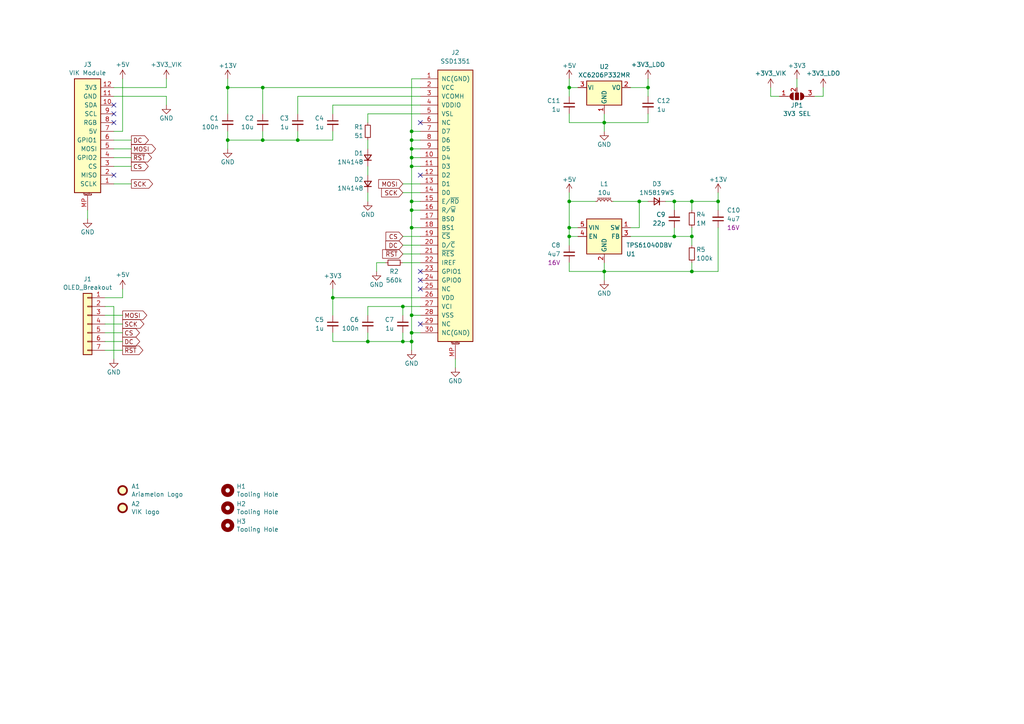
<source format=kicad_sch>
(kicad_sch (version 20230121) (generator eeschema)
  (paper "A4")
  (title_block (title "Crenshaw SSD1351 OLED breakout") (date "2023-07-27") (rev "V2.0") (company "Created by Ariamelon (https://github.com/Ariamelon/Crenshaw/)") (comment 1 "Follows the VIK standard by Sadek Baroudi (https://github.com/sadekbaroudi/VIK)") (comment 2 "Licensed under CC BY 4.0."))
  (lib_symbols
    (symbol "+3V3_1" (power) (pin_names (offset 0))
      (property "Value" "+3V3_1" (at 0 3.556 0))
      (symbol "+3V3_1_0_1"
        (polyline (pts (xy -0.762 1.27) (xy 0 2.54)))
        (polyline (pts (xy 0 0) (xy 0 2.54)))
        (polyline (pts (xy 0 2.54) (xy 0.762 1.27)))
      )
      (symbol "+3V3_1_1_1"
        (pin power_in line (at 0 0 90) (length 0) hide (name "+3V3") (number "1"))
      )
    )
    (symbol "+5V_1" (power) (pin_names (offset 0))
      (property "Value" "+5V_1" (at 0 3.556 0))
      (symbol "+5V_1_0_1"
        (polyline (pts (xy -0.762 1.27) (xy 0 2.54)))
        (polyline (pts (xy 0 0) (xy 0 2.54)))
        (polyline (pts (xy 0 2.54) (xy 0.762 1.27)))
      )
      (symbol "+5V_1_1_1"
        (pin power_in line (at 0 0 90) (length 0) hide (name "+5V") (number "1"))
      )
    )
    (symbol "Connector_Generic:Conn_01x07" (pin_names (offset 1.016) hide)
      (property "Reference" "J" (at 0 10.16 0))
      (property "Value" "Conn_01x07" (at 0 -10.16 0))
      (symbol "Conn_01x07_1_1"
        (rectangle (start -1.27 -7.493) (end 0 -7.747) (stroke (width 0.1524)))
        (rectangle (start -1.27 -4.953) (end 0 -5.207) (stroke (width 0.1524)))
        (rectangle (start -1.27 -2.413) (end 0 -2.667) (stroke (width 0.1524)))
        (rectangle (start -1.27 0.127) (end 0 -0.127) (stroke (width 0.1524)))
        (rectangle (start -1.27 2.667) (end 0 2.413) (stroke (width 0.1524)))
        (rectangle (start -1.27 5.207) (end 0 4.953) (stroke (width 0.1524)))
        (rectangle (start -1.27 7.747) (end 0 7.493) (stroke (width 0.1524)))
        (rectangle (start -1.27 8.89) (end 1.27 -8.89) (stroke (width 0.254)) (fill (type background)))
        (pin passive line (at -5.08 7.62 0) (length 3.81) (name "Pin_1") (number "1"))
        (pin passive line (at -5.08 5.08 0) (length 3.81) (name "Pin_2") (number "2"))
        (pin passive line (at -5.08 2.54 0) (length 3.81) (name "Pin_3") (number "3"))
        (pin passive line (at -5.08 0 0) (length 3.81) (name "Pin_4") (number "4"))
        (pin passive line (at -5.08 -2.54 0) (length 3.81) (name "Pin_5") (number "5"))
        (pin passive line (at -5.08 -5.08 0) (length 3.81) (name "Pin_6") (number "6"))
        (pin passive line (at -5.08 -7.62 0) (length 3.81) (name "Pin_7") (number "7"))
      )
    )
    (symbol "Crenshaw:+3V3_LDO" (power) (pin_names (offset 0))
      (property "Value" "+3V3_LDO" (at 0 3.81 0))
      (symbol "+3V3_LDO_0_1"
        (polyline (pts (xy -0.762 1.27) (xy 0 2.54)))
        (polyline (pts (xy 0 0) (xy 0 2.54)))
        (polyline (pts (xy 0 2.54) (xy 0.762 1.27)))
      )
      (symbol "+3V3_LDO_1_1"
        (pin power_in line (at 0 0 90) (length 0) hide (name "+3V3_LDO") (number "1"))
      )
    )
    (symbol "Crenshaw:+3V3_VIK" (power) (pin_names (offset 0))
      (property "Value" "+3V3_VIK" (at 0 3.81 0))
      (symbol "+3V3_VIK_0_1"
        (polyline (pts (xy -0.762 1.27) (xy 0 2.54)))
        (polyline (pts (xy 0 0) (xy 0 2.54)))
        (polyline (pts (xy 0 2.54) (xy 0.762 1.27)))
      )
      (symbol "+3V3_VIK_1_1"
        (pin power_in line (at 0 0 90) (length 0) hide (name "+3V3_VIK") (number "1"))
      )
    )
    (symbol "Crenshaw:SSD1351" (pin_names (offset 1.016))
      (property "Reference" "J1" (at 6.35 -1.0615 0))
      (property "Value" "SSD1351" (at 6.35 -3.6015 0))
      (symbol "SSD1351_1_1"
        (rectangle (start -5.08 38.1) (end 5.08 -40.64) (stroke (width 0.254)) (fill (type background)))
        (polyline (pts (xy -1.016 -41.402) (xy 1.016 -41.402)) (stroke (width 0.1524)))
        (text "Mounting" (at 0 -41.021 0) (effects (font (size 0.381 0.381))))
        (pin passive line (at -10.16 35.56 0) (length 5.08) (name "NC(GND)") (number "1"))
        (pin passive line (at -10.16 12.7 0) (length 5.08) (name "D4") (number "10"))
        (pin passive line (at -10.16 10.16 0) (length 5.08) (name "D3") (number "11"))
        (pin passive line (at -10.16 7.62 0) (length 5.08) (name "D2") (number "12"))
        (pin passive line (at -10.16 5.08 0) (length 5.08) (name "D1") (number "13"))
        (pin passive line (at -10.16 2.54 0) (length 5.08) (name "D0") (number "14"))
        (pin passive line (at -10.16 0 0) (length 5.08) (name "E/~{RD}") (number "15"))
        (pin passive line (at -10.16 -2.54 0) (length 5.08) (name "R/~{W}") (number "16"))
        (pin passive line (at -10.16 -5.08 0) (length 5.08) (name "BS0") (number "17"))
        (pin passive line (at -10.16 -7.62 0) (length 5.08) (name "BS1") (number "18"))
        (pin passive line (at -10.16 -10.16 0) (length 5.08) (name "~{CS}") (number "19"))
        (pin passive line (at -10.16 33.02 0) (length 5.08) (name "VCC") (number "2"))
        (pin passive line (at -10.16 -12.7 0) (length 5.08) (name "D/~{C}") (number "20"))
        (pin passive line (at -10.16 -15.24 0) (length 5.08) (name "~{RES}") (number "21"))
        (pin passive line (at -10.16 -17.78 0) (length 5.08) (name "IREF") (number "22"))
        (pin passive line (at -10.16 -20.32 0) (length 5.08) (name "GPIO1") (number "23"))
        (pin passive line (at -10.16 -22.86 0) (length 5.08) (name "GPIO0") (number "24"))
        (pin passive line (at -10.16 -25.4 0) (length 5.08) (name "NC") (number "25"))
        (pin passive line (at -10.16 -27.94 0) (length 5.08) (name "VDD") (number "26"))
        (pin passive line (at -10.16 -30.48 0) (length 5.08) (name "VCI") (number "27"))
        (pin passive line (at -10.16 -33.02 0) (length 5.08) (name "VSS") (number "28"))
        (pin passive line (at -10.16 -35.56 0) (length 5.08) (name "NC") (number "29"))
        (pin passive line (at -10.16 30.48 0) (length 5.08) (name "VCOMH") (number "3"))
        (pin passive line (at -10.16 -38.1 0) (length 5.08) (name "NC(GND)") (number "30"))
        (pin passive line (at -10.16 27.94 0) (length 5.08) (name "VDDIO") (number "4"))
        (pin passive line (at -10.16 25.4 0) (length 5.08) (name "VSL") (number "5"))
        (pin passive line (at -10.16 22.86 0) (length 5.08) (name "NC") (number "6"))
        (pin passive line (at -10.16 20.32 0) (length 5.08) (name "D7") (number "7"))
        (pin passive line (at -10.16 17.78 0) (length 5.08) (name "D6") (number "8"))
        (pin passive line (at -10.16 15.24 0) (length 5.08) (name "D5") (number "9"))
        (pin passive line (at 0 -45.72 90) (length 4.1) (name "") (number "MP"))
      )
    )
    (symbol "Crenshaw:SolderJumper_3_Open" (pin_names (offset 0) hide)
      (property "Reference" "JP" (at -2.54 -2.54 0))
      (property "Value" "SolderJumper_3_Open" (at 0 2.794 0))
      (symbol "SolderJumper_3_Open_0_1"
        (arc (start -1.016 1.016) (mid -2.0276 0) (end -1.016 -1.016))
        (arc (start -1.016 1.016) (mid -2.0276 0) (end -1.016 -1.016) (fill (type outline)))
        (rectangle (start -0.508 1.016) (end 0.508 -1.016) (fill (type outline)))
        (polyline (pts (xy -2.54 0) (xy -2.032 0)))
        (polyline (pts (xy -1.016 1.016) (xy -1.016 -1.016)))
        (polyline (pts (xy 0 -1.27) (xy 0 -1.016)))
        (polyline (pts (xy 1.016 1.016) (xy 1.016 -1.016)))
        (polyline (pts (xy 2.54 0) (xy 2.032 0)))
        (arc (start 1.016 -1.016) (mid 2.0276 0) (end 1.016 1.016))
        (arc (start 1.016 -1.016) (mid 2.0276 0) (end 1.016 1.016) (fill (type outline)))
      )
      (symbol "SolderJumper_3_Open_1_1"
        (pin passive line (at -5.08 0 0) (length 2.54) (name "A") (number "1"))
        (pin passive line (at 0 -2.54 90) (length 1.27) (name "C") (number "2"))
        (pin passive line (at 5.08 0 180) (length 2.54) (name "B") (number "3"))
      )
    )
    (symbol "Crenshaw:vik-module-connector" (pin_names (offset 1.016))
      (property "Reference" "J2" (at -5.08 -2.54 0))
      (property "Value" "VIK Module" (at -5.08 0 0))
      (symbol "vik-module-connector_1_1"
        (rectangle (start -3.81 -17.78) (end 3.81 15.24) (stroke (width 0.254)) (fill (type background)))
        (polyline (pts (xy 1.016 -18.542) (xy -1.016 -18.542)) (stroke (width 0.1524)))
        (text "Mounting" (at 0 -18.161 0) (effects (font (size 0.381 0.381))))
        (pin passive line (at 7.62 -15.24 180) (length 3.81) (name "SCLK") (number "1"))
        (pin passive line (at 7.62 7.62 180) (length 3.81) (name "SDA") (number "10"))
        (pin passive line (at 7.62 10.16 180) (length 3.81) (name "GND") (number "11"))
        (pin passive line (at 7.62 12.7 180) (length 3.81) (name "3V3") (number "12"))
        (pin passive line (at 7.62 -12.7 180) (length 3.81) (name "MISO") (number "2"))
        (pin passive line (at 7.62 -10.16 180) (length 3.81) (name "CS") (number "3"))
        (pin passive line (at 7.62 -7.62 180) (length 3.81) (name "GPIO2") (number "4"))
        (pin passive line (at 7.62 -5.08 180) (length 3.81) (name "MOSI") (number "5"))
        (pin passive line (at 7.62 -2.54 180) (length 3.81) (name "GPIO1") (number "6"))
        (pin passive line (at 7.62 0 180) (length 3.81) (name "5V") (number "7"))
        (pin passive line (at 7.62 2.54 180) (length 3.81) (name "RGB") (number "8"))
        (pin passive line (at 7.62 5.08 180) (length 3.81) (name "SCL") (number "9"))
        (pin passive line (at 0 -22.86 90) (length 4.318) (name "") (number "MP"))
      )
    )
    (symbol "Device:C_Small" (pin_numbers hide) (pin_names (offset 0.254) hide)
      (property "Reference" "C" (at 0.254 1.778 0))
      (property "Value" "C_Small" (at 0.254 -2.032 0))
      (symbol "C_Small_0_1"
        (polyline (pts (xy -1.524 -0.508) (xy 1.524 -0.508)) (stroke (width 0.3302)))
        (polyline (pts (xy -1.524 0.508) (xy 1.524 0.508)) (stroke (width 0.3048)))
      )
      (symbol "C_Small_1_1"
        (pin passive line (at 0 2.54 270) (length 2.032) (name "~") (number "1"))
        (pin passive line (at 0 -2.54 90) (length 2.032) (name "~") (number "2"))
      )
    )
    (symbol "Device:D_Small" (pin_numbers hide) (pin_names (offset 0.254) hide)
      (property "Reference" "D" (at -1.27 2.032 0))
      (property "Value" "D_Small" (at -3.81 -2.032 0))
      (symbol "D_Small_0_1"
        (polyline (pts (xy -0.762 -1.016) (xy -0.762 1.016)) (stroke (width 0.254)))
        (polyline (pts (xy -0.762 0) (xy 0.762 0)))
        (polyline (pts (xy 0.762 -1.016) (xy -0.762 0) (xy 0.762 1.016) (xy 0.762 -1.016)) (stroke (width 0.254)))
      )
      (symbol "D_Small_1_1"
        (pin passive line (at -2.54 0 0) (length 1.778) (name "K") (number "1"))
        (pin passive line (at 2.54 0 180) (length 1.778) (name "A") (number "2"))
      )
    )
    (symbol "Device:L_Ferrite_Small" (pin_numbers hide) (pin_names (offset 0.254) hide)
      (property "Reference" "L" (at 1.27 1.016 0))
      (property "Value" "L_Ferrite_Small" (at 1.27 -1.27 0))
      (symbol "L_Ferrite_Small_0_1"
        (arc (start 0 -2.032) (mid 0.5058 -1.524) (end 0 -1.016))
        (arc (start 0 -1.016) (mid 0.5058 -0.508) (end 0 0))
        (polyline (pts (xy 0.762 -1.905) (xy 0.762 -1.651)))
        (polyline (pts (xy 0.762 -1.397) (xy 0.762 -1.143)))
        (polyline (pts (xy 0.762 -0.889) (xy 0.762 -0.635)))
        (polyline (pts (xy 0.762 -0.381) (xy 0.762 -0.127)))
        (polyline (pts (xy 0.762 0.127) (xy 0.762 0.381)))
        (polyline (pts (xy 0.762 0.635) (xy 0.762 0.889)))
        (polyline (pts (xy 0.762 1.143) (xy 0.762 1.397)))
        (polyline (pts (xy 0.762 1.651) (xy 0.762 1.905)))
        (polyline (pts (xy 1.016 -1.651) (xy 1.016 -1.905)))
        (polyline (pts (xy 1.016 -1.143) (xy 1.016 -1.397)))
        (polyline (pts (xy 1.016 -0.635) (xy 1.016 -0.889)))
        (polyline (pts (xy 1.016 -0.127) (xy 1.016 -0.381)))
        (polyline (pts (xy 1.016 0.381) (xy 1.016 0.127)))
        (polyline (pts (xy 1.016 0.889) (xy 1.016 0.635)))
        (polyline (pts (xy 1.016 1.397) (xy 1.016 1.143)))
        (polyline (pts (xy 1.016 1.905) (xy 1.016 1.651)))
        (arc (start 0 0) (mid 0.5058 0.508) (end 0 1.016))
        (arc (start 0 1.016) (mid 0.5058 1.524) (end 0 2.032))
      )
      (symbol "L_Ferrite_Small_1_1"
        (pin passive line (at 0 2.54 270) (length 0.508) (name "~") (number "1"))
        (pin passive line (at 0 -2.54 90) (length 0.508) (name "~") (number "2"))
      )
    )
    (symbol "Device:R_Small" (pin_numbers hide) (pin_names (offset 0.254) hide)
      (property "Reference" "R" (at 0.762 0.508 0))
      (property "Value" "R_Small" (at 0.762 -1.016 0))
      (symbol "R_Small_0_1"
        (rectangle (start -0.762 1.778) (end 0.762 -1.778) (stroke (width 0.2032)))
      )
      (symbol "R_Small_1_1"
        (pin passive line (at 0 2.54 270) (length 0.762) (name "~") (number "1"))
        (pin passive line (at 0 -2.54 90) (length 0.762) (name "~") (number "2"))
      )
    )
    (symbol "Honeydew:+13V" (power) (pin_names (offset 0))
      (property "Value" "+13V" (at 0 3.81 0))
      (symbol "+13V_0_1"
        (polyline (pts (xy -0.762 1.27) (xy 0 2.54)))
        (polyline (pts (xy 0 0) (xy 0 2.54)))
        (polyline (pts (xy 0 2.54) (xy 0.762 1.27)))
      )
      (symbol "+13V_1_1"
        (pin power_in line (at 0 0 90) (length 0) hide (name "+13V") (number "1"))
      )
    )
    (symbol "Mechanical:Fiducial"
      (property "Reference" "FID" (at 0 5.08 0))
      (property "Value" "Fiducial" (at 0 3.175 0))
      (symbol "Fiducial_0_1"
        (circle (center 0 0) (radius 1.27) (stroke (width 0.508)) (fill (type background)))
      )
    )
    (symbol "Mechanical:MountingHole" (pin_names (offset 1.016))
      (property "Reference" "H" (at 0 5.08 0))
      (property "Value" "MountingHole" (at 0 3.175 0))
      (symbol "MountingHole_0_1"
        (circle (center 0 0) (radius 1.27) (stroke (width 1.27)))
      )
    )
    (symbol "Regulator_Linear:XC6206PxxxMR" (pin_names (offset 0.254))
      (property "Reference" "U" (at -3.81 3.175 0))
      (property "Value" "XC6206PxxxMR" (at 0 3.175 0))
      (symbol "XC6206PxxxMR_0_1"
        (rectangle (start -5.08 1.905) (end 5.08 -5.08) (stroke (width 0.254)) (fill (type background)))
      )
      (symbol "XC6206PxxxMR_1_1"
        (pin power_in line (at 0 -7.62 90) (length 2.54) (name "GND") (number "1"))
        (pin power_out line (at 7.62 0 180) (length 2.54) (name "VO") (number "2"))
        (pin power_in line (at -7.62 0 0) (length 2.54) (name "VI") (number "3"))
      )
    )
    (symbol "Regulator_Switching:TPS61040DBV"
      (property "Reference" "U" (at -5.08 6.35 0))
      (property "Value" "TPS61040DBV" (at 0 6.35 0))
      (symbol "TPS61040DBV_0_1"
        (rectangle (start -5.08 5.08) (end 5.08 -5.08) (stroke (width 0.254)) (fill (type background)))
      )
      (symbol "TPS61040DBV_1_1"
        (pin power_out line (at 7.62 2.54 180) (length 2.54) (name "SW") (number "1"))
        (pin power_in line (at 0 -7.62 90) (length 2.54) (name "GND") (number "2"))
        (pin input line (at 7.62 0 180) (length 2.54) (name "FB") (number "3"))
        (pin input line (at -7.62 0 0) (length 2.54) (name "EN") (number "4"))
        (pin power_in line (at -7.62 2.54 0) (length 2.54) (name "VIN") (number "5"))
      )
    )
    (symbol "power:+5V" (power) (pin_names (offset 0))
      (property "Value" "+5V" (at 0 3.556 0))
      (symbol "+5V_0_1"
        (polyline (pts (xy -0.762 1.27) (xy 0 2.54)))
        (polyline (pts (xy 0 0) (xy 0 2.54)))
        (polyline (pts (xy 0 2.54) (xy 0.762 1.27)))
      )
      (symbol "+5V_1_1"
        (pin power_in line (at 0 0 90) (length 0) hide (name "+5V") (number "1"))
      )
    )
    (symbol "power:GND" (power) (pin_names (offset 0))
      (property "Value" "GND" (at 0 -3.81 0))
      (symbol "GND_0_1"
        (polyline (pts (xy 0 0) (xy 0 -1.27) (xy 1.27 -1.27) (xy 0 -2.54) (xy -1.27 -1.27) (xy 0 -1.27)))
      )
      (symbol "GND_1_1"
        (pin power_in line (at 0 0 270) (length 0) hide (name "GND") (number "1"))
      )
    )
  )
  (junction (at 195.58 68.58))
  (junction (at 165.1 58.42))
  (junction (at 116.84 88.9))
  (junction (at 200.66 68.58))
  (junction (at 165.1 25.4))
  (junction (at 187.96 25.4))
  (junction (at 119.38 91.44))
  (junction (at 119.38 60.96))
  (junction (at 119.38 38.1))
  (junction (at 175.26 35.56))
  (junction (at 200.66 78.74))
  (junction (at 66.04 40.64))
  (junction (at 119.38 96.52))
  (junction (at 119.38 58.42))
  (junction (at 119.38 48.26))
  (junction (at 200.66 58.42))
  (junction (at 76.2 40.64))
  (junction (at 116.84 99.06))
  (junction (at 208.28 58.42))
  (junction (at 165.1 66.04))
  (junction (at 96.52 86.36))
  (junction (at 175.26 78.74))
  (junction (at 106.68 99.06))
  (junction (at 119.38 40.64))
  (junction (at 185.42 58.42))
  (junction (at 195.58 58.42))
  (junction (at 86.36 40.64))
  (junction (at 119.38 43.18))
  (junction (at 119.38 45.72))
  (junction (at 165.1 68.58))
  (junction (at 119.38 99.06))
  (junction (at 76.2 25.4))
  (junction (at 119.38 66.04))
  (junction (at 66.04 25.4))
  (no_connect (at 33.02 30.48))
  (no_connect (at 33.02 50.8))
  (no_connect (at 121.92 78.74))
  (no_connect (at 121.92 93.98))
  (no_connect (at 121.92 83.82))
  (no_connect (at 121.92 81.28))
  (no_connect (at 33.02 35.56))
  (no_connect (at 121.92 50.8))
  (no_connect (at 121.92 35.56))
  (no_connect (at 33.02 33.02))
  (wire (pts (xy 175.26 78.74) (xy 175.26 81.28)))
  (wire (pts (xy 165.1 58.42) (xy 172.72 58.42)))
  (wire (pts (xy 116.84 99.06) (xy 119.38 99.06)))
  (wire (pts (xy 33.02 88.9) (xy 30.48 88.9)))
  (wire (pts (xy 106.68 33.02) (xy 106.68 35.56)))
  (wire (pts (xy 66.04 22.86) (xy 66.04 25.4)))
  (wire (pts (xy 119.38 48.26) (xy 121.92 48.26)))
  (wire (pts (xy 116.84 73.66) (xy 121.92 73.66)))
  (wire (pts (xy 35.56 99.06) (xy 30.48 99.06)))
  (wire (pts (xy 185.42 66.04) (xy 185.42 58.42)))
  (wire (pts (xy 66.04 25.4) (xy 66.04 33.02)))
  (wire (pts (xy 165.1 58.42) (xy 165.1 66.04)))
  (wire (pts (xy 119.38 60.96) (xy 119.38 66.04)))
  (wire (pts (xy 119.38 40.64) (xy 121.92 40.64)))
  (wire (pts (xy 35.56 83.82) (xy 35.56 86.36)))
  (wire (pts (xy 121.92 27.94) (xy 86.36 27.94)))
  (wire (pts (xy 106.68 55.88) (xy 106.68 58.42)))
  (wire (pts (xy 119.38 22.86) (xy 121.92 22.86)))
  (wire (pts (xy 35.56 22.86) (xy 35.56 38.1)))
  (wire (pts (xy 33.02 40.64) (xy 38.1 40.64)))
  (wire (pts (xy 109.22 76.2) (xy 111.76 76.2)))
  (wire (pts (xy 96.52 86.36) (xy 121.92 86.36)))
  (wire (pts (xy 187.96 25.4) (xy 187.96 27.94)))
  (wire (pts (xy 106.68 40.64) (xy 106.68 43.18)))
  (wire (pts (xy 195.58 58.42) (xy 195.58 60.96)))
  (wire (pts (xy 35.56 96.52) (xy 30.48 96.52)))
  (wire (pts (xy 200.66 60.96) (xy 200.66 58.42)))
  (wire (pts (xy 96.52 99.06) (xy 96.52 96.52)))
  (wire (pts (xy 35.56 38.1) (xy 33.02 38.1)))
  (wire (pts (xy 165.1 55.88) (xy 165.1 58.42)))
  (wire (pts (xy 175.26 35.56) (xy 175.26 33.02)))
  (wire (pts (xy 165.1 78.74) (xy 165.1 76.2)))
  (wire (pts (xy 165.1 68.58) (xy 167.64 68.58)))
  (wire (pts (xy 165.1 33.02) (xy 165.1 35.56)))
  (wire (pts (xy 165.1 78.74) (xy 175.26 78.74)))
  (wire (pts (xy 165.1 25.4) (xy 167.64 25.4)))
  (wire (pts (xy 175.26 78.74) (xy 200.66 78.74)))
  (wire (pts (xy 238.76 25.4) (xy 238.76 27.94)))
  (wire (pts (xy 165.1 35.56) (xy 175.26 35.56)))
  (wire (pts (xy 96.52 86.36) (xy 96.52 91.44)))
  (wire (pts (xy 30.48 86.36) (xy 35.56 86.36)))
  (wire (pts (xy 195.58 68.58) (xy 182.88 68.58)))
  (wire (pts (xy 96.52 83.82) (xy 96.52 86.36)))
  (wire (pts (xy 38.1 48.26) (xy 33.02 48.26)))
  (wire (pts (xy 33.02 88.9) (xy 33.02 104.14)))
  (wire (pts (xy 185.42 58.42) (xy 187.96 58.42)))
  (wire (pts (xy 121.92 33.02) (xy 106.68 33.02)))
  (wire (pts (xy 119.38 45.72) (xy 121.92 45.72)))
  (wire (pts (xy 66.04 40.64) (xy 66.04 43.18)))
  (wire (pts (xy 76.2 25.4) (xy 121.92 25.4)))
  (wire (pts (xy 165.1 25.4) (xy 165.1 27.94)))
  (wire (pts (xy 116.84 71.12) (xy 121.92 71.12)))
  (wire (pts (xy 116.84 55.88) (xy 121.92 55.88)))
  (wire (pts (xy 119.38 40.64) (xy 119.38 38.1)))
  (wire (pts (xy 200.66 68.58) (xy 200.66 66.04)))
  (wire (pts (xy 119.38 66.04) (xy 121.92 66.04)))
  (wire (pts (xy 106.68 96.52) (xy 106.68 99.06)))
  (wire (pts (xy 121.92 30.48) (xy 96.52 30.48)))
  (wire (pts (xy 86.36 40.64) (xy 96.52 40.64)))
  (wire (pts (xy 119.38 60.96) (xy 121.92 60.96)))
  (wire (pts (xy 165.1 66.04) (xy 165.1 68.58)))
  (wire (pts (xy 116.84 76.2) (xy 121.92 76.2)))
  (wire (pts (xy 96.52 38.1) (xy 96.52 40.64)))
  (wire (pts (xy 182.88 25.4) (xy 187.96 25.4)))
  (wire (pts (xy 106.68 88.9) (xy 116.84 88.9)))
  (wire (pts (xy 119.38 91.44) (xy 119.38 96.52)))
  (wire (pts (xy 38.1 43.18) (xy 33.02 43.18)))
  (wire (pts (xy 86.36 38.1) (xy 86.36 40.64)))
  (wire (pts (xy 187.96 22.86) (xy 187.96 25.4)))
  (wire (pts (xy 165.1 66.04) (xy 167.64 66.04)))
  (wire (pts (xy 66.04 38.1) (xy 66.04 40.64)))
  (wire (pts (xy 35.56 101.6) (xy 30.48 101.6)))
  (wire (pts (xy 119.38 101.6) (xy 119.38 99.06)))
  (wire (pts (xy 116.84 88.9) (xy 116.84 91.44)))
  (wire (pts (xy 119.38 43.18) (xy 121.92 43.18)))
  (wire (pts (xy 76.2 38.1) (xy 76.2 40.64)))
  (wire (pts (xy 35.56 91.44) (xy 30.48 91.44)))
  (wire (pts (xy 38.1 45.72) (xy 33.02 45.72)))
  (wire (pts (xy 208.28 66.04) (xy 208.28 78.74)))
  (wire (pts (xy 119.38 96.52) (xy 121.92 96.52)))
  (wire (pts (xy 109.22 78.74) (xy 109.22 76.2)))
  (wire (pts (xy 175.26 35.56) (xy 175.26 38.1)))
  (wire (pts (xy 48.26 25.4) (xy 33.02 25.4)))
  (wire (pts (xy 119.38 45.72) (xy 119.38 43.18)))
  (wire (pts (xy 195.58 58.42) (xy 200.66 58.42)))
  (wire (pts (xy 116.84 96.52) (xy 116.84 99.06)))
  (wire (pts (xy 119.38 48.26) (xy 119.38 45.72)))
  (wire (pts (xy 119.38 58.42) (xy 121.92 58.42)))
  (wire (pts (xy 231.14 22.86) (xy 231.14 25.4)))
  (wire (pts (xy 208.28 55.88) (xy 208.28 58.42)))
  (wire (pts (xy 208.28 78.74) (xy 200.66 78.74)))
  (wire (pts (xy 132.08 104.14) (xy 132.08 106.68)))
  (wire (pts (xy 106.68 99.06) (xy 96.52 99.06)))
  (wire (pts (xy 195.58 66.04) (xy 195.58 68.58)))
  (wire (pts (xy 66.04 25.4) (xy 76.2 25.4)))
  (wire (pts (xy 185.42 58.42) (xy 177.8 58.42)))
  (wire (pts (xy 193.04 58.42) (xy 195.58 58.42)))
  (wire (pts (xy 76.2 25.4) (xy 76.2 33.02)))
  (wire (pts (xy 116.84 68.58) (xy 121.92 68.58)))
  (wire (pts (xy 86.36 27.94) (xy 86.36 33.02)))
  (wire (pts (xy 121.92 91.44) (xy 119.38 91.44)))
  (wire (pts (xy 96.52 30.48) (xy 96.52 33.02)))
  (wire (pts (xy 48.26 22.86) (xy 48.26 25.4)))
  (wire (pts (xy 187.96 33.02) (xy 187.96 35.56)))
  (wire (pts (xy 119.38 38.1) (xy 119.38 22.86)))
  (wire (pts (xy 165.1 68.58) (xy 165.1 71.12)))
  (wire (pts (xy 76.2 40.64) (xy 86.36 40.64)))
  (wire (pts (xy 238.76 27.94) (xy 236.22 27.94)))
  (wire (pts (xy 223.52 25.4) (xy 223.52 27.94)))
  (wire (pts (xy 165.1 22.86) (xy 165.1 25.4)))
  (wire (pts (xy 119.38 60.96) (xy 119.38 58.42)))
  (wire (pts (xy 38.1 53.34) (xy 33.02 53.34)))
  (wire (pts (xy 119.38 43.18) (xy 119.38 40.64)))
  (wire (pts (xy 48.26 27.94) (xy 48.26 30.48)))
  (wire (pts (xy 175.26 78.74) (xy 175.26 76.2)))
  (wire (pts (xy 116.84 53.34) (xy 121.92 53.34)))
  (wire (pts (xy 106.68 88.9) (xy 106.68 91.44)))
  (wire (pts (xy 200.66 68.58) (xy 200.66 71.12)))
  (wire (pts (xy 182.88 66.04) (xy 185.42 66.04)))
  (wire (pts (xy 223.52 27.94) (xy 226.06 27.94)))
  (wire (pts (xy 25.4 60.96) (xy 25.4 63.5)))
  (wire (pts (xy 200.66 68.58) (xy 195.58 68.58)))
  (wire (pts (xy 121.92 88.9) (xy 116.84 88.9)))
  (wire (pts (xy 106.68 48.26) (xy 106.68 50.8)))
  (wire (pts (xy 66.04 40.64) (xy 76.2 40.64)))
  (wire (pts (xy 119.38 58.42) (xy 119.38 48.26)))
  (wire (pts (xy 200.66 58.42) (xy 208.28 58.42)))
  (wire (pts (xy 200.66 76.2) (xy 200.66 78.74)))
  (wire (pts (xy 106.68 99.06) (xy 116.84 99.06)))
  (wire (pts (xy 119.38 99.06) (xy 119.38 96.52)))
  (wire (pts (xy 208.28 58.42) (xy 208.28 60.96)))
  (wire (pts (xy 175.26 35.56) (xy 187.96 35.56)))
  (wire (pts (xy 35.56 93.98) (xy 30.48 93.98)))
  (wire (pts (xy 119.38 38.1) (xy 121.92 38.1)))
  (wire (pts (xy 119.38 91.44) (xy 119.38 66.04)))
  (wire (pts (xy 48.26 27.94) (xy 33.02 27.94)))
  (global_label "~{RST}" (shape input) (at 116.84 73.66 180) (property "Intersheetrefs" "${INTERSHEET_REFS}" (effects hide)))
  (global_label "MOSI" (shape output) (at 38.1 43.18 0) (property "Intersheetrefs" "${INTERSHEET_REFS}" (effects hide)))
  (global_label "DC" (shape output) (at 38.1 40.64 0) (property "Intersheetrefs" "${INTERSHEET_REFS}" (effects hide)))
  (global_label "SCK" (shape output) (at 38.1 53.34 0) (property "Intersheetrefs" "${INTERSHEET_REFS}" (effects hide)))
  (global_label "DC" (shape output) (at 35.56 99.06 0) (property "Intersheetrefs" "${INTERSHEET_REFS}" (effects hide)))
  (global_label "~{RST}" (shape output) (at 35.56 101.6 0) (property "Intersheetrefs" "${INTERSHEET_REFS}" (effects hide)))
  (global_label "DC" (shape input) (at 116.84 71.12 180) (property "Intersheetrefs" "${INTERSHEET_REFS}" (effects hide)))
  (global_label "SCK" (shape input) (at 116.84 55.88 180) (property "Intersheetrefs" "${INTERSHEET_REFS}" (effects hide)))
  (global_label "CS" (shape output) (at 35.56 96.52 0) (property "Intersheetrefs" "${INTERSHEET_REFS}" (effects hide)))
  (global_label "MOSI" (shape input) (at 116.84 53.34 180) (property "Intersheetrefs" "${INTERSHEET_REFS}" (effects hide)))
  (global_label "MOSI" (shape output) (at 35.56 91.44 0) (property "Intersheetrefs" "${INTERSHEET_REFS}" (effects hide)))
  (global_label "SCK" (shape output) (at 35.56 93.98 0) (property "Intersheetrefs" "${INTERSHEET_REFS}" (effects hide)))
  (global_label "~{RST}" (shape output) (at 38.1 45.72 0) (property "Intersheetrefs" "${INTERSHEET_REFS}" (effects hide)))
  (global_label "CS" (shape output) (at 38.1 48.26 0) (property "Intersheetrefs" "${INTERSHEET_REFS}" (effects hide)))
  (global_label "CS" (shape input) (at 116.84 68.58 180) (property "Intersheetrefs" "${INTERSHEET_REFS}" (effects hide)))
  (symbol (lib_id "Device:C_Small") (at 66.04 35.56 0) (mirror y) (unit 1)
    (property "Reference" "C1" (at 63.5 34.29 0) (effects (justify left)))
    (property "Value" "100n" (at 63.5 36.83 0) (effects (justify left)))
    (property "Footprint" "Capacitor_SMD:C_0402_1005Metric" (effects hide))
    (property "Description" "0402 capacitor" (effects hide))
    (property "LCSC" "C307331" (effects hide))
    (property "Voltage" "50V" (effects hide))
  )
  (symbol (lib_id "Device:C_Small") (at 208.28 63.5 0) (mirror x) (unit 1)
    (property "Reference" "C10" (at 210.82 60.96 0) (effects (justify left)))
    (property "Value" "4u7" (at 210.82 63.5 0) (effects (justify left)))
    (property "Footprint" "Capacitor_SMD:C_0603_1608Metric" (effects hide))
    (property "Description" "0603 capacitor" (effects hide))
    (property "LCSC" "C19666" (effects hide))
    (property "Voltage" "16V" (at 210.82 66.04 0) (effects (justify left)))
  )
  (symbol (lib_id "Regulator_Linear:XC6206PxxxMR") (at 175.26 25.4 0) (unit 1)
    (property "Reference" "U2" (at 175.26 19.3507 0))
    (property "Value" "XC6206P332MR" (at 175.26 21.7749 0))
    (property "Footprint" "Package_TO_SOT_SMD:SOT-23" (effects hide))
    (property "Datasheet" "https://www.torexsemi.com/file/xc6206/XC6206.pdf" (effects hide))
    (property "LCSC" "C5446" (effects hide))
  )
  (symbol (lib_id "Crenshaw:+3V3_LDO") (at 187.96 22.86 0) (unit 1)
    (property "Reference" "#PWR019" (effects hide))
    (property "Value" "+3V3_LDO" (at 187.96 18.7269 0))
  )
  (symbol (lib_id "power:GND") (at 25.4 63.5 0) (mirror y) (unit 1)
    (property "Reference" "#PWR013" (effects hide))
    (property "Value" "GND" (at 25.4 67.31 0))
  )
  (symbol (lib_id "power:GND") (at 175.26 38.1 0) (unit 1)
    (property "Reference" "#PWR018" (effects hide))
    (property "Value" "GND" (at 175.26 41.91 0))
  )
  (symbol (lib_id "Device:C_Small") (at 76.2 35.56 0) (mirror y) (unit 1)
    (property "Reference" "C2" (at 73.66 34.29 0) (effects (justify left)))
    (property "Value" "10u" (at 73.66 36.83 0) (effects (justify left)))
    (property "Footprint" "Capacitor_SMD:C_0603_1608Metric" (effects hide))
    (property "Description" "0603 capacitor" (effects hide))
    (property "LCSC" "C96446" (effects hide))
    (property "Voltage" "25V" (effects hide))
  )
  (symbol (lib_id "power:+5V") (at 35.56 83.82 0) (mirror y) (unit 1)
    (property "Reference" "#PWR015" (effects hide))
    (property "Value" "+5V" (at 35.56 79.6869 0))
  )
  (symbol (lib_id "Crenshaw:+3V3_VIK") (at 48.26 22.86 0) (unit 1)
    (property "Reference" "#PWR011" (effects hide))
    (property "Value" "+3V3_VIK" (at 48.26 18.7269 0))
  )
  (symbol (lib_id "Device:D_Small") (at 106.68 53.34 90) (unit 1)
    (property "Reference" "D2" (at 105.41 52.07 90) (effects (justify left)))
    (property "Value" "1N4148" (at 105.41 54.61 90) (effects (justify left)))
    (property "Footprint" "Diode_SMD:D_SOD-323" (effects hide))
    (property "Description" "SOD-323 diode" (effects hide))
    (property "LCSC" "C2128" (effects hide))
  )
  (symbol (lib_id "Device:C_Small") (at 106.68 93.98 0) (mirror y) (unit 1)
    (property "Reference" "C6" (at 104.14 92.71 0) (effects (justify left)))
    (property "Value" "100n" (at 104.14 95.25 0) (effects (justify left)))
    (property "Footprint" "Capacitor_SMD:C_0402_1005Metric" (effects hide))
    (property "Description" "0402 capacitor" (effects hide))
    (property "LCSC" "C307331" (effects hide))
    (property "Voltage" "50V" (effects hide))
  )
  (symbol (lib_id "Device:L_Ferrite_Small") (at 175.26 58.42 270) (mirror x) (unit 1)
    (property "Reference" "L1" (at 175.26 53.34 90))
    (property "Value" "10u" (at 175.26 55.88 90))
    (property "Footprint" "Inductor_SMD:L_Sunlord_SWPA3012S" (effects hide))
    (property "Description" "Inductor" (effects hide))
    (property "LCSC" "C206385" (effects hide))
  )
  (symbol (lib_id "Device:D_Small") (at 190.5 58.42 180) (unit 1)
    (property "Reference" "D3" (at 190.5 53.34 0))
    (property "Value" "1N5819WS" (at 190.5 55.88 0))
    (property "Footprint" "Diode_SMD:D_SOD-323" (effects hide))
    (property "Description" "SOD-323 diode" (effects hide))
    (property "LCSC" "C191023" (effects hide))
  )
  (symbol (lib_id "power:GND") (at 106.68 58.42 0) (unit 1)
    (property "Reference" "#PWR04" (effects hide))
    (property "Value" "GND" (at 106.68 62.23 0))
  )
  (symbol (lib_id "Device:C_Small") (at 116.84 93.98 0) (unit 1)
    (property "Reference" "C7" (at 114.3 92.7162 0) (effects (justify right)))
    (property "Value" "1u" (at 114.3 95.2562 0) (effects (justify right)))
    (property "Footprint" "Capacitor_SMD:C_0603_1608Metric" (effects hide))
    (property "Description" "0603 capacitor" (effects hide))
    (property "LCSC" "C15849" (effects hide))
    (property "Voltage" "50V" (effects hide))
  )
  (symbol (lib_name "+5V_1") (lib_id "power:+5V") (at 165.1 55.88 0) (unit 1)
    (property "Reference" "#PWR08" (effects hide))
    (property "Value" "+5V" (at 165.1 52.07 0))
  )
  (symbol (lib_id "Mechanical:Fiducial") (at 35.56 142.24 0) (unit 1) (in_bom no)
    (property "Reference" "A1" (at 38.1 141.0716 0) (effects (justify left)))
    (property "Value" "Ariamelon Logo" (at 38.1 143.383 0) (effects (justify left)))
    (property "Footprint" "Crenshaw:Ariamelon_Logo_x3_CU" (effects hide))
  )
  (symbol (lib_id "Device:R_Small") (at 200.66 73.66 0) (mirror y) (unit 1)
    (property "Reference" "R5" (at 201.93 72.39 0) (effects (justify right)))
    (property "Value" "100k" (at 201.93 74.93 0) (effects (justify right)))
    (property "Footprint" "Resistor_SMD:R_0402_1005Metric" (effects hide))
    (property "Description" "0402 resistor" (effects hide))
    (property "LCSC" "C25741" (effects hide))
  )
  (symbol (lib_id "Device:D_Small") (at 106.68 45.72 90) (unit 1)
    (property "Reference" "D1" (at 105.41 44.45 90) (effects (justify left)))
    (property "Value" "1N4148" (at 105.41 46.99 90) (effects (justify left)))
    (property "Footprint" "Diode_SMD:D_SOD-323" (effects hide))
    (property "Description" "SOD-323 diode" (effects hide))
    (property "LCSC" "C2128" (effects hide))
  )
  (symbol (lib_id "Device:C_Small") (at 96.52 93.98 0) (unit 1)
    (property "Reference" "C5" (at 93.98 92.7162 0) (effects (justify right)))
    (property "Value" "1u" (at 93.98 95.2562 0) (effects (justify right)))
    (property "Footprint" "Capacitor_SMD:C_0603_1608Metric" (effects hide))
    (property "Description" "0603 capacitor" (effects hide))
    (property "LCSC" "C15849" (effects hide))
    (property "Voltage" "50V" (effects hide))
  )
  (symbol (lib_id "Device:R_Small") (at 106.68 38.1 0) (mirror x) (unit 1)
    (property "Reference" "R1" (at 105.41 36.83 0) (effects (justify right)))
    (property "Value" "51" (at 105.41 39.37 0) (effects (justify right)))
    (property "Footprint" "Resistor_SMD:R_0402_1005Metric" (effects hide))
    (property "Description" "0402 resistor" (effects hide))
    (property "LCSC" "C25125" (effects hide))
  )
  (symbol (lib_id "Device:C_Small") (at 195.58 63.5 0) (mirror x) (unit 1)
    (property "Reference" "C9" (at 193.04 62.23 0) (effects (justify right)))
    (property "Value" "22p" (at 193.04 64.77 0) (effects (justify right)))
    (property "Footprint" "Capacitor_SMD:C_0402_1005Metric" (effects hide))
    (property "Description" "0402 capacitor" (effects hide))
    (property "LCSC" "C1555" (effects hide))
    (property "Voltage" "50V" (effects hide))
  )
  (symbol (lib_id "power:GND") (at 33.02 104.14 0) (mirror y) (unit 1)
    (property "Reference" "#PWR022" (effects hide))
    (property "Value" "GND" (at 33.02 107.95 0))
  )
  (symbol (lib_id "Device:C_Small") (at 86.36 35.56 0) (unit 1)
    (property "Reference" "C3" (at 83.82 34.2962 0) (effects (justify right)))
    (property "Value" "1u" (at 83.82 36.8362 0) (effects (justify right)))
    (property "Footprint" "Capacitor_SMD:C_0603_1608Metric" (effects hide))
    (property "Description" "0603 capacitor" (effects hide))
    (property "LCSC" "C15849" (effects hide))
    (property "Voltage" "50V" (effects hide))
  )
  (symbol (lib_id "Device:C_Small") (at 165.1 30.48 0) (unit 1)
    (property "Reference" "C11" (at 162.56 29.2162 0) (effects (justify right)))
    (property "Value" "1u" (at 162.56 31.7562 0) (effects (justify right)))
    (property "Footprint" "Capacitor_SMD:C_0402_1005Metric" (effects hide))
    (property "Description" "0402 capacitor" (effects hide))
    (property "LCSC" "C52923" (effects hide))
    (property "Voltage" "25V" (effects hide))
  )
  (symbol (lib_id "power:GND") (at 48.26 30.48 0) (mirror y) (unit 1)
    (property "Reference" "#PWR012" (effects hide))
    (property "Value" "GND" (at 48.26 34.29 0))
  )
  (symbol (lib_id "Device:C_Small") (at 165.1 73.66 180) (unit 1)
    (property "Reference" "C8" (at 162.56 71.12 0) (effects (justify left)))
    (property "Value" "4u7" (at 162.56 73.66 0) (effects (justify left)))
    (property "Footprint" "Capacitor_SMD:C_0603_1608Metric" (effects hide))
    (property "Description" "0603 capacitor" (effects hide))
    (property "LCSC" "C19666" (effects hide))
    (property "Voltage" "16V" (at 162.56 76.2 0) (effects (justify left)))
  )
  (symbol (lib_id "Device:C_Small") (at 187.96 30.48 0) (mirror y) (unit 1)
    (property "Reference" "C12" (at 190.5 29.2162 0) (effects (justify right)))
    (property "Value" "1u" (at 190.5 31.7562 0) (effects (justify right)))
    (property "Footprint" "Capacitor_SMD:C_0402_1005Metric" (effects hide))
    (property "Description" "0402 capacitor" (effects hide))
    (property "LCSC" "C52923" (effects hide))
    (property "Voltage" "25V" (effects hide))
  )
  (symbol (lib_id "Honeydew:+13V") (at 66.04 22.86 0) (unit 1)
    (property "Reference" "#PWR01" (effects hide))
    (property "Value" "+13V" (at 66.04 19.05 0))
  )
  (symbol (lib_id "Mechanical:Fiducial") (at 35.56 147.32 0) (unit 1) (in_bom no)
    (property "Reference" "A2" (at 38.1 146.1516 0) (effects (justify left)))
    (property "Value" "VIK logo" (at 38.1 148.463 0) (effects (justify left)))
    (property "Footprint" "Crenshaw:vik-logo-small" (effects hide))
  )
  (symbol (lib_name "+3V3_1") (lib_id "power:+3V3") (at 96.52 83.82 0) (unit 1)
    (property "Reference" "#PWR03" (effects hide))
    (property "Value" "+3V3" (at 96.52 80.01 0))
  )
  (symbol (lib_id "power:GND") (at 119.38 101.6 0) (unit 1)
    (property "Reference" "#PWR06" (effects hide))
    (property "Value" "GND" (at 119.38 105.41 0))
  )
  (symbol (lib_id "Crenshaw:SolderJumper_3_Open") (at 231.14 27.94 0) (mirror x) (unit 1) (in_bom no)
    (property "Reference" "JP1" (at 231.14 30.5491 0))
    (property "Value" "3V3 SEL" (at 231.14 32.9733 0))
    (property "Footprint" "Jumper:SolderJumper-3_P1.3mm_Open_Pad1.0x1.5mm_NumberLabels" (effects hide))
  )
  (symbol (lib_id "Crenshaw:+3V3_VIK") (at 223.52 25.4 0) (unit 1)
    (property "Reference" "#PWR020" (effects hide))
    (property "Value" "+3V3_VIK" (at 223.52 21.2669 0))
  )
  (symbol (lib_id "Crenshaw:+3V3_LDO") (at 238.76 25.4 0) (unit 1)
    (property "Reference" "#PWR021" (effects hide))
    (property "Value" "+3V3_LDO" (at 238.76 21.2669 0))
  )
  (symbol (lib_id "Device:C_Small") (at 96.52 35.56 0) (unit 1)
    (property "Reference" "C4" (at 93.98 34.2962 0) (effects (justify right)))
    (property "Value" "1u" (at 93.98 36.8362 0) (effects (justify right)))
    (property "Footprint" "Capacitor_SMD:C_0603_1608Metric" (effects hide))
    (property "Description" "0603 capacitor" (effects hide))
    (property "LCSC" "C15849" (effects hide))
    (property "Voltage" "50V" (effects hide))
  )
  (symbol (lib_id "Mechanical:MountingHole") (at 66.04 142.24 0) (unit 1) (in_bom no)
    (property "Reference" "H1" (at 68.58 141.0716 0) (effects (justify left)))
    (property "Value" "Tooling Hole" (at 68.58 143.383 0) (effects (justify left)))
    (property "Footprint" "Crenshaw:JLC Tooling Hole" (effects hide))
  )
  (symbol (lib_id "power:GND") (at 109.22 78.74 0) (unit 1)
    (property "Reference" "#PWR05" (effects hide))
    (property "Value" "GND" (at 109.22 82.55 0))
  )
  (symbol (lib_name "+3V3_1") (lib_id "power:+3V3") (at 231.14 22.86 0) (mirror y) (unit 1)
    (property "Reference" "#PWR017" (effects hide))
    (property "Value" "+3V3" (at 231.14 19.05 0))
  )
  (symbol (lib_id "Device:R_Small") (at 200.66 63.5 0) (mirror x) (unit 1)
    (property "Reference" "R4" (at 201.93 62.23 0) (effects (justify left)))
    (property "Value" "1M" (at 201.93 64.77 0) (effects (justify left)))
    (property "Footprint" "Resistor_SMD:R_0402_1005Metric" (effects hide))
    (property "Description" "0402 resistor" (effects hide))
    (property "LCSC" "C26083" (effects hide))
  )
  (symbol (lib_id "Mechanical:MountingHole") (at 66.04 152.4 0) (unit 1) (in_bom no)
    (property "Reference" "H3" (at 68.58 151.2316 0) (effects (justify left)))
    (property "Value" "Tooling Hole" (at 68.58 153.543 0) (effects (justify left)))
    (property "Footprint" "Crenshaw:JLC Tooling Hole" (effects hide))
  )
  (symbol (lib_id "Crenshaw:vik-module-connector") (at 25.4 38.1 0) (unit 1)
    (property "Reference" "J3" (at 25.4 18.7157 0))
    (property "Value" "VIK Module" (at 25.4 21.1399 0))
    (property "Footprint" "Crenshaw:vik-module-connector-horizontal" (effects hide))
    (property "Description" "FFC receptacle" (effects hide))
    (property "LCSC" "C424659" (effects hide))
  )
  (symbol (lib_id "Connector_Generic:Conn_01x07") (at 25.4 93.98 0) (mirror y) (unit 1)
    (property "Reference" "J1" (at 25.4 80.9457 0))
    (property "Value" "OLED_Breakout" (at 25.4 83.3699 0))
    (property "Footprint" "Crenshaw:OLED_1.5_SSD1351_128x128" (effects hide))
    (property "Description" "DNP" (effects hide))
  )
  (symbol (lib_id "Crenshaw:SSD1351") (at 132.08 58.42 0) (unit 1)
    (property "Reference" "J2" (at 132.08 15.24 0))
    (property "Value" "SSD1351" (at 132.08 17.78 0))
    (property "Footprint" "Crenshaw:HRS_FH34SRJ-30S-0.5SH(50)" (effects hide))
    (property "LCSC" "C324727" (effects hide))
    (property "Description" "FFC receptacle" (effects hide))
  )
  (symbol (lib_id "Honeydew:+13V") (at 208.28 55.88 0) (unit 1)
    (property "Reference" "#PWR010" (effects hide))
    (property "Value" "+13V" (at 208.28 52.07 0))
  )
  (symbol (lib_id "power:GND") (at 66.04 43.18 0) (unit 1)
    (property "Reference" "#PWR02" (effects hide))
    (property "Value" "GND" (at 66.04 46.99 0))
  )
  (symbol (lib_id "power:+5V") (at 35.56 22.86 0) (unit 1)
    (property "Reference" "#PWR014" (effects hide))
    (property "Value" "+5V" (at 35.56 18.7269 0))
  )
  (symbol (lib_id "Device:R_Small") (at 114.3 76.2 270) (mirror x) (unit 1)
    (property "Reference" "R2" (at 114.3 78.74 90))
    (property "Value" "560k" (at 114.3 81.28 90))
    (property "Footprint" "Resistor_SMD:R_0603_1608Metric" (effects hide))
    (property "Description" "0603 resistor" (effects hide))
    (property "LCSC" "C23203" (effects hide))
  )
  (symbol (lib_name "+5V_1") (lib_id "power:+5V") (at 165.1 22.86 0) (unit 1)
    (property "Reference" "#PWR016" (effects hide))
    (property "Value" "+5V" (at 165.1 19.05 0))
  )
  (symbol (lib_id "power:GND") (at 175.26 81.28 0) (unit 1)
    (property "Reference" "#PWR09" (effects hide))
    (property "Value" "GND" (at 175.26 85.09 0))
  )
  (symbol (lib_id "power:GND") (at 132.08 106.68 0) (unit 1)
    (property "Reference" "#PWR07" (effects hide))
    (property "Value" "GND" (at 132.08 110.49 0))
  )
  (symbol (lib_id "Regulator_Switching:TPS61040DBV") (at 175.26 68.58 0) (unit 1)
    (property "Reference" "U1" (at 181.61 73.66 0) (effects (justify left)))
    (property "Value" "TPS61040DBV" (at 181.61 71.12 0) (effects (justify left)))
    (property "Footprint" "Package_TO_SOT_SMD:SOT-23-5" (effects hide))
    (property "Datasheet" "http://www.ti.com/lit/ds/symlink/tps61040.pdf" (effects hide))
    (property "Description" "Boost converter" (effects hide))
    (property "LCSC" "C7722" (effects hide))
  )
  (symbol (lib_id "Mechanical:MountingHole") (at 66.04 147.32 0) (unit 1) (in_bom no)
    (property "Reference" "H2" (at 68.58 146.1516 0) (effects (justify left)))
    (property "Value" "Tooling Hole" (at 68.58 148.463 0) (effects (justify left)))
    (property "Footprint" "Crenshaw:JLC Tooling Hole" (effects hide))
  )
)
</source>
